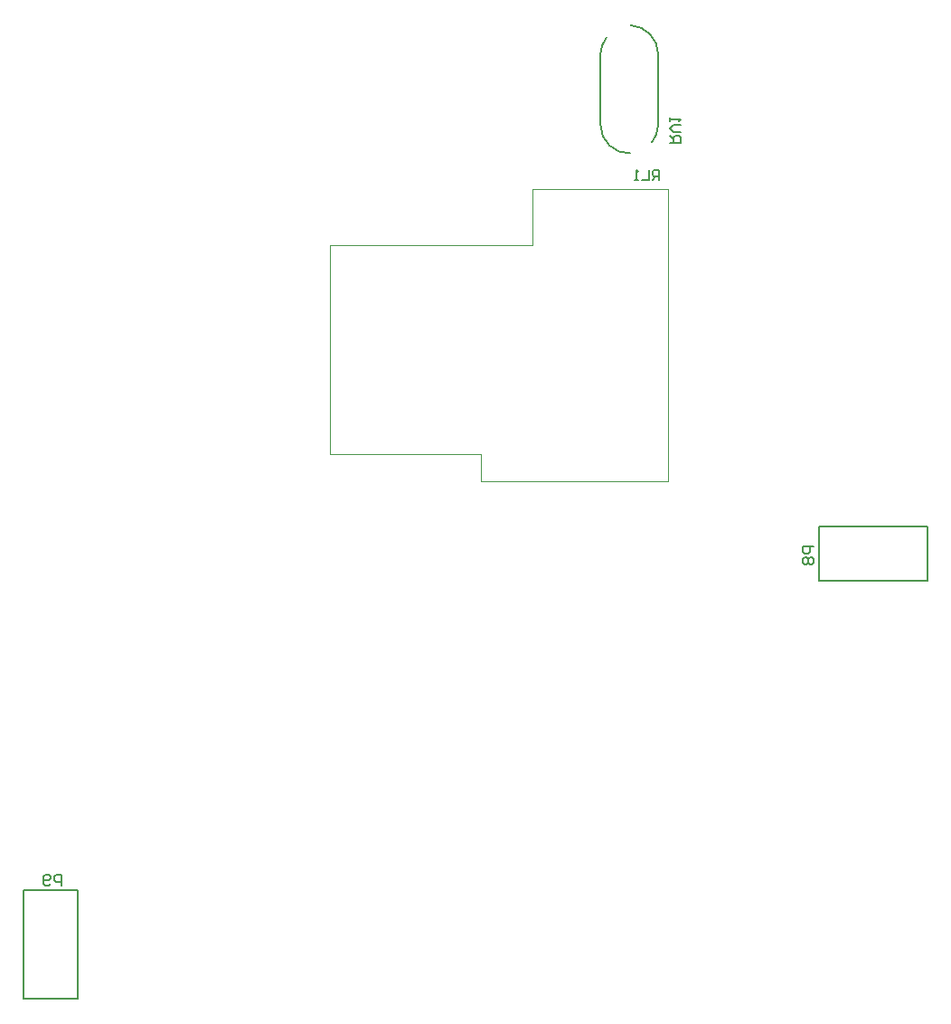
<source format=gbo>
G04 Layer_Color=32896*
%FSLAX44Y44*%
%MOMM*%
G71*
G01*
G75*
%ADD26C,0.2000*%
%ADD68C,0.1000*%
%ADD70C,0.1270*%
D26*
X1340654Y708189D02*
X1442254D01*
X1340654Y758989D02*
X1442254D01*
X1340654Y708189D02*
Y758989D01*
X1442254Y708189D02*
Y758989D01*
X646980Y317537D02*
Y419137D01*
X596180Y317537D02*
Y419137D01*
Y317537D02*
X646980D01*
X596180Y419137D02*
X646980D01*
X1141864Y1216878D02*
G03*
X1136334Y1201519I21451J-16397D01*
G01*
X1190334D02*
G03*
X1164372Y1228499I-27000J0D01*
G01*
X1184320Y1118530D02*
G03*
X1190334Y1135519I-20986J16988D01*
G01*
X1136334D02*
G03*
X1164333Y1108537I27000J0D01*
G01*
X1190334Y1135519D02*
Y1201519D01*
X1136334Y1135519D02*
Y1201519D01*
D68*
X883022Y827429D02*
X1024022D01*
Y801429D02*
Y827429D01*
Y801429D02*
X1200022D01*
Y1075429D01*
X1073022D02*
X1200022D01*
X1073022Y1022429D02*
Y1075429D01*
X883022Y1022429D02*
X1073022D01*
X883022Y827429D02*
Y1022429D01*
D70*
X631500Y423527D02*
Y433524D01*
X626502D01*
X624836Y431858D01*
Y428525D01*
X626502Y426859D01*
X631500D01*
X621503Y425193D02*
X619837Y423527D01*
X616505D01*
X614839Y425193D01*
Y431858D01*
X616505Y433524D01*
X619837D01*
X621503Y431858D01*
Y430191D01*
X619837Y428525D01*
X614839D01*
X1335805Y740518D02*
X1325809D01*
Y735520D01*
X1327475Y733854D01*
X1330807D01*
X1332473Y735520D01*
Y740518D01*
X1327475Y730521D02*
X1325809Y728855D01*
Y725523D01*
X1327475Y723857D01*
X1329141D01*
X1330807Y725523D01*
X1332473Y723857D01*
X1334139D01*
X1335805Y725523D01*
Y728855D01*
X1334139Y730521D01*
X1332473D01*
X1330807Y728855D01*
X1329141Y730521D01*
X1327475D01*
X1330807Y728855D02*
Y725523D01*
X1201520Y1118355D02*
X1211517D01*
Y1123353D01*
X1209851Y1125019D01*
X1206518D01*
X1204852Y1123353D01*
Y1118355D01*
Y1121687D02*
X1201520Y1125019D01*
X1211517Y1128352D02*
X1204852D01*
X1201520Y1131684D01*
X1204852Y1135016D01*
X1211517D01*
X1201520Y1138348D02*
Y1141681D01*
Y1140014D01*
X1211517D01*
X1209851Y1138348D01*
X1191520Y1083355D02*
Y1093352D01*
X1186522D01*
X1184856Y1091685D01*
Y1088353D01*
X1186522Y1086687D01*
X1191520D01*
X1188188D02*
X1184856Y1083355D01*
X1181523Y1093352D02*
Y1083355D01*
X1174859D01*
X1171526D02*
X1168194D01*
X1169860D01*
Y1093352D01*
X1171526Y1091685D01*
M02*

</source>
